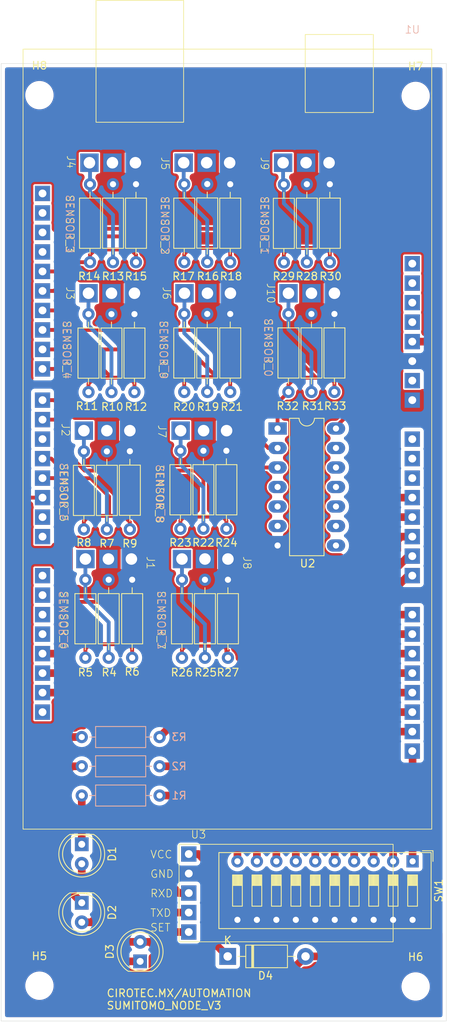
<source format=kicad_pcb>
(kicad_pcb (version 20240108) (generator "pcbnew") (generator_version "8.0")
  (layers (0 "F.Cu" signal) (31 "B.Cu" signal) (34 "B.Paste" user) (35 "F.Paste" user) (36 "B.SilkS" user "B.Silkscreen") (37 "F.SilkS" user "F.Silkscreen") (38 "B.Mask" user) (39 "F.Mask" user) (44 "Edge.Cuts" user))
  (net 0 "")
  (net 1 "/led_red")
  (net 2 "/led_yellow")
  (net 3 "/led_green")
  (net 4 "+5V")
  (net 5 "GND")
  (net 6 "/sw_7")
  (net 7 "/sw_8")
  (net 8 "/sw_3")
  (net 9 "/sw_4")
  (net 10 "/sw_9")
  (net 11 "/sw_2")
  (net 12 "/sw_10")
  (net 13 "/sw_5")
  (net 14 "/sw_1")
  (net 15 "/sw_6")
  (net 20 "/hc12_rx")
  (net 21 "/hc12_tx")
  (net 22 "/hc12_set")
  (net 36 "Net-(D1-K)")
  (net 37 "Net-(D2-K)")
  (net 38 "Net-(D3-K)")
  (net 39 "Net-(D4-K)")
  (net 40 "+9V")
  (net 43 "inductivo_5")
  (net 44 "inductivo_1")
  (net 45 "inductivo_2")
  (net 46 "inductivo_3")
  (net 47 "inductivo_7")
  (net 48 "inductivo_8")
  (net 49 "inductivo_4")
  (net 50 "inductivo_6")
  (net 51 "inductivo_9")
  (net 52 "inductivo_int")
  (net 53 "Net-(J1-Pin_1)")
  (net 54 "Net-(J2-Pin_1)")
  (net 55 "Net-(J3-Pin_1)")
  (net 56 "Net-(J4-Pin_1)")
  (net 57 "Net-(J5-Pin_1)")
  (net 58 "Net-(J6-Pin_1)")
  (net 59 "Net-(J7-Pin_1)")
  (net 60 "Net-(J8-Pin_1)")
  (net 61 "Net-(J9-Pin_1)")
  (net 62 "Net-(J10-Pin_1)")
  (net 63 "inductivo_10")
  (footprint "Resistor_THT:R_Axial_DIN0207_L6.3mm_D2.5mm_P10.16mm_Horizontal" (layer "F.Cu") (at 100.5 58.8 -90)
    (property "Reference" "R28")
    (property "Value" "1k")
  )
  (footprint "sbb:Inductive_Sensor" (layer "F.Cu") (at 82.025 90.9 -90)
    (property "Reference" "J7")
    (property "Value" "Screw_Terminal_01x03" (hide yes))
  )
  (footprint "sbb:Inductive_Sensor" (layer "F.Cu") (at 82.525 73 -90)
    (property "Reference" "J6")
    (property "Value" "Screw_Terminal_01x03" (hide yes))
  )
  (footprint "Diode_THT:D_DO-41_SOD81_P10.16mm_Horizontal" (layer "F.Cu") (at 90.17 159.385)
    (property "Reference" "D4")
    (property "Value" "1N4001")
  )
  (footprint "sbb:Inductive_Sensor" (layer "F.Cu") (at 69.4 90.9 -90)
    (property "Reference" "J2")
    (property "Value" "Screw_Terminal_01x03" (hide yes))
  )
  (footprint "sbb:Inductive_Sensor" (layer "F.Cu") (at 70 73 -90)
    (property "Reference" "J3")
    (property "Value" "Screw_Terminal_01x03" (hide yes))
  )
  (footprint "Resistor_THT:R_Axial_DIN0207_L6.3mm_D2.5mm_P10.16mm_Horizontal" (layer "F.Cu") (at 90.2 110.32 -90)
    (property "Reference" "R27")
    (property "Value" "2.2k")
  )
  (footprint "MountingHole:MountingHole_3.2mm_M3_ISO7380" (layer "F.Cu") (at 65.6 163.2)
    (property "Reference" "H5")
    (property "Value" "MountingHole")
  )
  (footprint "MountingHole:MountingHole_3.2mm_M3_ISO7380" (layer "F.Cu") (at 65.6 47.2)
    (property "Reference" "H8")
    (property "Value" "MountingHole")
  )
  (footprint "Resistor_THT:R_Axial_DIN0207_L6.3mm_D2.5mm_P10.16mm_Horizontal" (layer "F.Cu") (at 104.1 75.7 -90)
    (property "Reference" "R33")
    (property "Value" "2.2k")
  )
  (footprint "Resistor_THT:R_Axial_DIN0207_L6.3mm_D2.5mm_P10.16mm_Horizontal" (layer "F.Cu") (at 74.6375 110.32 -90)
    (property "Reference" "R4")
    (property "Value" "1k")
  )
  (footprint "Resistor_THT:R_Axial_DIN0207_L6.3mm_D2.5mm_P10.16mm_Horizontal" (layer "F.Cu") (at 74.4 93.6 -90)
    (property "Reference" "R7")
    (property "Value" "1k")
  )
  (footprint "Resistor_THT:R_Axial_DIN0207_L6.3mm_D2.5mm_P10.16mm_Horizontal" (layer "F.Cu") (at 78.2 58.8 -90)
    (property "Reference" "R15")
    (property "Value" "2.2k")
  )
  (footprint "Resistor_THT:R_Axial_DIN0207_L6.3mm_D2.5mm_P10.16mm_Horizontal" (layer "F.Cu") (at 87.2 110.32 -90)
    (property "Reference" "R25")
    (property "Value" "1k")
  )
  (footprint "LED_THT:LED_D5.0mm" (layer "F.Cu") (at 71.12 144.78 -90)
    (property "Reference" "D1")
    (property "Value" "RED")
  )
  (footprint "MountingHole:MountingHole_3.2mm_M3_ISO7380" (layer "F.Cu") (at 114.7 163.3)
    (property "Reference" "H6")
    (property "Value" "MountingHole")
  )
  (footprint "Resistor_THT:R_Axial_DIN0207_L6.3mm_D2.5mm_P10.16mm_Horizontal" (layer "F.Cu") (at 84.2 110.32 -90)
    (property "Reference" "R26")
    (property "Value" "2.2k")
  )
  (footprint "Resistor_THT:R_Axial_DIN0207_L6.3mm_D2.5mm_P10.16mm_Horizontal" (layer "F.Cu") (at 77.4 93.58 -90)
    (property "Reference" "R9")
    (property "Value" "2.2k")
  )
  (footprint "Resistor_THT:R_Axial_DIN0207_L6.3mm_D2.5mm_P10.16mm_Horizontal" (layer "F.Cu") (at 72.2 58.8 -90)
    (property "Reference" "R14")
    (property "Value" "2.2k")
  )
  (footprint "Resistor_THT:R_Axial_DIN0207_L6.3mm_D2.5mm_P10.16mm_Horizontal" (layer "F.Cu") (at 90 93.52 -90)
    (property "Reference" "R24")
    (property "Value" "2.2k")
  )
  (footprint "Resistor_THT:R_Axial_DIN0207_L6.3mm_D2.5mm_P10.16mm_Horizontal" (layer "F.Cu") (at 84.5 58.8 -90)
    (property "Reference" "R17")
    (property "Value" "2.2k")
  )
  (footprint "Resistor_THT:R_Axial_DIN0207_L6.3mm_D2.5mm_P10.16mm_Horizontal" (layer "F.Cu") (at 84 93.52 -90)
    (property "Reference" "R23")
    (property "Value" "2.2k")
  )
  (footprint "Resistor_THT:R_Axial_DIN0207_L6.3mm_D2.5mm_P10.16mm_Horizontal" (layer "F.Cu") (at 71.6 110.32 -90)
    (property "Reference" "R5")
    (property "Value" "2.2k")
  )
  (footprint "Resistor_THT:R_Axial_DIN0207_L6.3mm_D2.5mm_P10.16mm_Horizontal" (layer "F.Cu") (at 75 75.72 -90)
    (property "Reference" "R10")
    (property "Value" "1k")
  )
  (footprint "Resistor_THT:R_Axial_DIN0207_L6.3mm_D2.5mm_P10.16mm_Horizontal" (layer "F.Cu") (at 90.5 75.7 -90)
    (property "Reference" "R21")
    (property "Value" "2.2k")
  )
  (footprint "Package_DIP:DIP-14_W7.62mm_LongPads" (layer "F.Cu") (at 96.68 90.62)
    (property "Reference" "U2")
    (property "Value" "74LS32")
  )
  (footprint "sbb:Inductive_Sensor" (layer "F.Cu") (at 82.425 56 -90)
    (property "Reference" "J5")
    (property "Value" "Screw_Terminal_01x03" (hide yes))
  )
  (footprint "sbb:Inductive_Sensor" (layer "F.Cu") (at 70.125 56 -90)
    (property "Reference" "J4")
    (property "Value" "Screw_Terminal_01x03" (hide yes))
  )
  (footprint "sbb:Inductive_Sensor" (layer "F.Cu") (at 69.6 107.62 -90)
    (property "Reference" "J1")
    (property "Value" "Screw_Terminal_01x03" (hide yes))
  )
  (footprint "Resistor_THT:R_Axial_DIN0207_L6.3mm_D2.5mm_P10.16mm_Horizontal" (layer "F.Cu") (at 101.1 75.7 -90)
    (property "Reference" "R31")
    (property "Value" "1k")
  )
  (footprint "LED_THT:LED_D5.0mm" (layer "F.Cu") (at 78.74 160.03 90)
    (property "Reference" "D3")
    (property "Value" "GREEN")
  )
  (footprint "sbb:Inductive_Sensor" (layer "F.Cu") (at 96.1 73 -90)
    (property "Reference" "J10")
    (property "Value" "Screw_Terminal_01x03" (hide yes))
  )
  (footprint "Resistor_THT:R_Axial_DIN0207_L6.3mm_D2.5mm_P10.16mm_Horizontal" (layer "F.Cu") (at 78 75.72 -90)
    (property "Reference" "R12")
    (property "Value" "2.2k")
  )
  (footprint "Resistor_THT:R_Axial_DIN0207_L6.3mm_D2.5mm_P10.16mm_Horizontal" (layer "F.Cu") (at 71.4 93.6 -90)
    (property "Reference" "R8")
    (property "Value" "2.2k")
  )
  (footprint "Resistor_THT:R_Axial_DIN0207_L6.3mm_D2.5mm_P10.16mm_Horizontal" (layer "F.Cu") (at 84.5 75.7 -90)
    (property "Reference" "R20")
    (property "Value" "2.2k")
  )
  (footprint "LED_THT:LED_D5.0mm" (layer "F.Cu") (at 71.12 152.4 -90)
    (property "Reference" "D2")
    (property "Value" "YELLOW")
  )
  (footprint "MountingHole:MountingHole_3.2mm_M3_ISO7380" (layer "F.Cu") (at 114.7 47.3)
    (property "Reference" "H7")
    (property "Value" "MountingHole")
  )
  (footprint "Resistor_THT:R_Axial_DIN0207_L6.3mm_D2.5mm_P10.16mm_Horizontal" (layer "F.Cu") (at 97.5 58.82 -90)
    (property "Reference" "R29")
    (property "Value" "2.2k")
  )
  (footprint "sbb:HC12_RF_Module" (layer "F.Cu") (at 85.09 146.05)
    (property "Reference" "U3")
    (property "Value" "HC12")
  )
  (footprint "Button_Switch_THT:SW_DIP_SPSTx10_Slide_9.78x27.58mm_W7.62mm_P2.54mm" (layer "F.Cu") (at 114.3 147 -90)
    (property "Reference" "SW1")
    (property "Value" "SW_DIP_x10")
  )
  (footprint "sbb:Inductive_Sensor" (layer "F.Cu") (at 95.4 56 -90)
    (property "Reference" "J9")
    (property "Value" "Screw_Terminal_01x03" (hide yes))
  )
  (footprint "Resistor_THT:R_Axial_DIN0207_L6.3mm_D2.5mm_P10.16mm_Horizontal" (layer "F.Cu") (at 87 93.52 -90)
    (property "Reference" "R22")
    (property "Value" "1k")
  )
  (footprint "sbb:Inductive_Sensor" (layer "F.Cu") (at 82.2 107.62 -90)
    (property "Reference" "J8")
    (property "Value" "Screw_Terminal_01x03" (hide yes))
  )
  (footprint "Resistor_THT:R_Axial_DIN0207_L6.3mm_D2.5mm_P10.16mm_Horizontal" (layer "F.Cu") (at 90.5 58.8 -90)
    (property "Reference" "R18")
    (property "Value" "2.2k")
  )
  (footprint "Resistor_THT:R_Axial_DIN0207_L6.3mm_D2.5mm_P10.16mm_Horizontal" (layer "F.Cu") (at 75.2 58.8 -90)
    (property "Reference" "R13")
    (property "Value" "1k")
  )
  (footprint "Resistor_THT:R_Axial_DIN0207_L6.3mm_D2.5mm_P10.16mm_Horizontal" (layer "F.Cu") (at 77.7 110.32 -90)
    (property "Reference" "R6")
    (property "Value" "2.2k")
  )
  (footprint "Resistor_THT:R_Axial_DIN0207_L6.3mm_D2.5mm_P10.16mm_Horizontal" (layer "F.Cu") (at 72 75.72 -90)
    (property "Reference" "R11")
    (property "Value" "2.2k")
  )
  (footprint "Resistor_THT:R_Axial_DIN0207_L6.3mm_D2.5mm_P10.16mm_Horizontal" (layer "F.Cu") (at 87.5 75.7 -90)
    (property "Reference" "R19")
    (property "Value" "1k")
  )
  (footprint "Resistor_THT:R_Axial_DIN0207_L6.3mm_D2.5mm_P10.16mm_Horizontal" (layer "F.Cu") (at 87.5 58.78 -90)
    (property "Reference" "R16")
    (property "Value" "1k")
  )
  (footprint "Resistor_THT:R_Axial_DIN0207_L6.3mm_D2.5mm_P10.16mm_Horizontal" (layer "F.Cu") (at 98.1 75.7 -90)
    (property "Reference" "R32")
    (property "Value" "2.2k")
  )
  (footprint "Resistor_THT:R_Axial_DIN0207_L6.3mm_D2.5mm_P10.16mm_Horizontal" (layer "F.Cu") (at 103.5 58.8 -90)
    (property "Reference" "R30")
    (property "Value" "2.2k")
  )
  (footprint "Resistor_THT:R_Axial_DIN0207_L6.3mm_D2.5mm_P10.16mm_Horizontal" (layer "B.Cu") (at 81.28 138.43 180)
    (property "Reference" "R1")
    (property "Value" "330R")
  )
  (footprint "Resistor_THT:R_Axial_DIN0207_L6.3mm_D2.5mm_P10.16mm_Horizontal" (layer "B.Cu") (at 81.28 130.81 180)
    (property "Reference" "R3")
    (property "Value" "330R")
  )
  (footprint "Resistor_THT:R_Axial_DIN0207_L6.3mm_D2.5mm_P10.16mm_Horizontal" (layer "B.Cu") (at 81.28 134.62 180)
    (property "Reference" "R2")
    (property "Value" "330R")
  )
  (footprint "sbb:Arduino_Mega_2560_Without_Bottom" (layer "B.Cu") (at 114.26 69.144 180)
    (property "Reference" "U1")
    (property "Value" "Arduino_Mega_2560_Without_Bottom")
  )
  (gr_rect (start 60.605 43.08) (end 118.7 167.8) (stroke (width 0.05)) (fill none) (layer "Edge.Cuts"))
  (gr_text "SENSOR_3" (at 70.2 60.1 90) (layer "B.SilkS") (effects (font (size 1 1) (thickness 0.1)) (justify left bottom mirror)))
  (gr_text "SENSOR_8" (at 82 95.2 90) (layer "B.SilkS") (effects (font (size 1 1) (thickness 0.1)) (justify left bottom mirror)))
  (gr_text "SENSOR_7" (at 82.2 111.7 90) (layer "B.SilkS") (effects (font (size 1 1) (thickness 0.1)) (justify left bottom mirror)))
  (gr_text "SENSOR_1" (at 95.6 60.3 90) (layer "B.SilkS") (effects (font (size 1 1) (thickness 0.1)) (justify left bottom mirror)))
  (gr_text "SENSOR_6" (at 69.3 111.7 90) (layer "B.SilkS") (effects (font (size 1 1) (thickness 0.1)) (justify left bottom mirror)))
  (gr_text "SENSOR_4" (at 69.8 76.5 90) (layer "B.SilkS") (effects (font (size 1 1) (thickness 0.1)) (justify left bottom mirror)))
  (gr_text "SENSOR_5" (at 69.4 95 90) (layer "B.SilkS") (effects (font (size 1 1) (thickness 0.1)) (justify left bottom mirror)))
  (gr_text "SENSOR_2" (at 82.6 60.3 90) (layer "B.SilkS") (effects (font (size 1 1) (thickness 0.1)) (justify left bottom mirror)))
  (gr_text "SENSOR_9" (at 82.5 76.5 90) (layer "B.SilkS") (effects (font (size 1 1) (thickness 0.1)) (justify left bottom mirror)))
  (gr_text "SENSOR_0" (at 96.1 76.2 90) (layer "B.SilkS") (effects (font (size 1 1) (thickness 0.1)) (justify left bottom mirror)))
  (gr_text "SENSOR_9" (at 81.2 76.5 270) (layer "F.SilkS") (effects (font (size 1 1) (thickness 0.1)) (justify left bottom)))
  (gr_text "SENSOR_3" (at 69 60.1 270) (layer "F.SilkS") (effects (font (size 1 1) (thickness 0.1)) (justify left bottom)))
  (gr_text "SENSOR_0" (at 94.9 76.2 -90) (layer "F.SilkS") (effects (font (size 1 1) (thickness 0.1)) (justify left bottom)))
  (gr_text "SENSOR_6" (at 68.2 111.7 270) (layer "F.SilkS") (effects (font (size 1 1) (thickness 0.1)) (justify left bottom)))
  (gr_text "SENSOR_7" (at 80.9 111.7 270) (layer "F.SilkS") (effects (font (size 1 1) (thickness 0.1)) (justify left bottom)))
  (gr_text "SENSOR_5" (at 68.2 95.1 270) (layer "F.SilkS") (effects (font (size 1 1) (thickness 0.1)) (justify left bottom)))
  (gr_text "SENSOR_4" (at 68.6 76.5 270) (layer "F.SilkS") (effects (font (size 1 1) (thickness 0.1)) (justify left bottom)))
  (gr_text "SENSOR_8" (at 80.7 95.3 270) (layer "F.SilkS") (effects (font (size 1 1) (thickness 0.1)) (justify left bottom)))
  (gr_text "SENSOR_2" (at 81.4 60.3 270) (layer "F.SilkS") (effects (font (size 1 1) (thickness 0.1)) (justify left bottom)))
  (gr_text "CIROTEC.MX/AUTOMATION\nSUMITOMO_NODE_V3" (at 74.295 166.37 0) (layer "F.SilkS") (effects (font (size 1 1)) (justify left bottom)))
  (gr_text "SENSOR_1" (at 94.4 60.3 270) (layer "F.SilkS") (effects (font (size 1 1) (thickness 0.1)) (justify left bottom)))
  (segment (start 112.3 105.2) (end 112.796 104.704) (width 1) (layer "F.Cu") (net 1))
  (segment (start 112.3 106.5) (end 112.3 105.2) (width 1) (layer "F.Cu") (net 1))
  (segment (start 85.09 138.43) (end 87.63 135.89) (width 1) (layer "F.Cu") (net 1))
  (segment (start 87.63 135.89) (end 87.63 131.17) (width 1) (layer "F.Cu") (net 1))
  (segment (start 81.28 138.43) (end 85.09 138.43) (width 1) (layer "F.Cu") (net 1))
  (segment (start 112.796 104.704) (end 114.26 104.704) (width 1) (layer "F.Cu") (net 1))
  (segment (start 87.63 131.17) (end 112.3 106.5) (width 1) (layer "F.Cu") (net 1))
  (segment (start 85.09 133.35) (end 85.09 131.31) (width 1) (layer "F.Cu") (net 2))
  (segment (start 81.28 134.62) (end 83.82 134.62) (width 1) (layer "F.Cu") (net 2))
  (segment (start 112.036 102.164) (end 114.26 102.164) (width 1) (layer "F.Cu") (net 2))
  (segment (start 110.9 103.3) (end 112.036 102.164) (width 1) (layer "F.Cu") (net 2))
  (segment (start 85.09 131.31) (end 110.9 105.5) (width 1) (layer "F.Cu") (net 2))
  (segment (start 110.9 105.5) (end 110.9 103.3) (width 1) (layer "F.Cu") (net 2))
  (segment (start 83.82 134.62) (end 85.09 133.35) (width 1) (layer "F.Cu") (net 2))
  (segment (start 84.36 129.54) (end 109.3 104.6) (width 1) (layer "F.Cu") (net 3))
  (segment (start 81.28 130.81) (end 82.55 129.54) (width 1) (layer "F.Cu") (net 3))
  (segment (start 111.676 99.624) (end 114.26 99.624) (width 1) (layer "F.Cu") (net 3))
  (segment (start 82.55 129.54) (end 84.36 129.54) (width 1) (layer "F.Cu") (net 3))
  (segment (start 109.3 102) (end 111.676 99.624) (width 1) (layer "F.Cu") (net 3))
  (segment (start 109.3 104.6) (end 109.3 102) (width 1) (layer "F.Cu") (net 3))
  (segment (start 72.39 154.94) (end 71.12 154.94) (width 1) (layer "F.Cu") (net 4))
  (segment (start 78.74 157.49) (end 76.21 157.49) (width 1) (layer "F.Cu") (net 4))
  (segment (start 116.26 79.304) (end 116.84 79.884) (width 1) (layer "F.Cu") (net 4))
  (segment (start 78.74 157.49) (end 80.02 157.49) (width 1) (layer "F.Cu") (net 4))
  (segment (start 104.3 90.62) (end 104.3 90.4) (width 0.5) (layer "F.Cu") (net 4))
  (segment (start 71.12 148.59) (end 73.66 151.13) (width 1) (layer "F.Cu") (net 4))
  (segment (start 73.66 151.13) (end 73.66 153.67) (width 1) (layer "F.Cu") (net 4))
  (segment (start 104.3 90.4) (end 105.4 89.3) (width 0.5) (layer "F.Cu") (net 4))
  (segment (start 80.02 157.49) (end 84.455 161.925) (width 1) (layer "F.Cu") (net 4))
  (segment (start 113.03 159.385) (end 100.33 159.385) (width 1) (layer "F.Cu") (net 4))
  (segment (start 73.66 154.94) (end 73.66 153.67) (width 1) (layer "F.Cu") (net 4))
  (segment (start 116.84 79.884) (end 116.84 89.4) (width 1) (layer "F.Cu") (net 4))
  (segment (start 84.455 161.925) (end 97.79 161.925) (width 1) (layer "F.Cu") (net 4))
  (segment (start 105.4 89.3) (end 116.74 89.3) (width 0.5) (layer "F.Cu") (net 4))
  (segment (start 73.66 153.67) (end 72.39 154.94) (width 1) (layer "F.Cu") (net 4))
  (segment (start 116.84 155.575) (end 113.03 159.385) (width 1) (layer "F.Cu") (net 4))
  (segment (start 116.84 89.4) (end 116.84 155.575) (width 1) (layer "F.Cu") (net 4))
  (segment (start 116.74 89.3) (end 116.84 89.4) (width 0.5) (layer "F.Cu") (net 4))
  (segment (start 97.79 161.925) (end 100.33 159.385) (width 1) (layer "F.Cu") (net 4))
  (segment (start 114.26 79.304) (end 116.26 79.304) (width 1) (layer "F.Cu") (net 4))
  (segment (start 76.21 157.49) (end 73.66 154.94) (width 1) (layer "F.Cu") (net 4))
  (segment (start 71.12 147.32) (end 71.12 148.59) (width 1) (layer "F.Cu") (net 4))
  (segment (start 101.6 154.62) (end 104.14 154.62) (width 1) (layer "F.Cu") (net 5))
  (segment (start 106.68 154.62) (end 109.22 154.62) (width 1) (layer "F.Cu") (net 5))
  (segment (start 96.52 154.62) (end 99.06 154.62) (width 1) (layer "F.Cu") (net 5))
  (segment (start 93.98 154.62) (end 96.52 154.62) (width 1) (layer "F.Cu") (net 5))
  (segment (start 111.76 154.62) (end 114.3 154.62) (width 1) (layer "F.Cu") (net 5))
  (segment (start 99.06 154.62) (end 101.6 154.62) (width 1) (layer "F.Cu") (net 5))
  (segment (start 109.22 154.62) (end 111.76 154.62) (width 1) (layer "F.Cu") (net 5))
  (segment (start 104.14 154.62) (end 106.68 154.62) (width 1) (layer "F.Cu") (net 5))
  (segment (start 91.44 154.62) (end 93.98 154.62) (width 1) (layer "F.Cu") (net 5))
  (segment (start 90.6 71.3) (end 90.525 71.375) (width 0.5) (layer "B.Cu") (net 5))
  (segment (start 90.2 106.4) (end 90.2 107.62) (width 0.5) (layer "B.Cu") (net 5))
  (segment (start 103.3 70.9) (end 108.95 70.9) (width 0.5) (layer "B.Cu") (net 5))
  (segment (start 103.4 58.7) (end 103.5 58.8) (width 0.5) (layer "B.Cu") (net 5))
  (segment (start 90.4 106.2) (end 90.2 106.4) (width 0.5) (layer "B.Cu") (net 5))
  (segment (start 90.025 90.9) (end 90.025 93.495) (width 0.5) (layer "B.Cu") (net 5))
  (segment (start 104.1 75.7) (end 108.95 80.55) (width 0.5) (layer "B.Cu") (net 5))
  (segment (start 90.425 56) (end 90.425 58.725) (width 0.5) (layer "B.Cu") (net 5))
  (segment (start 92.2 140.2) (end 108 140.2) (width 1) (layer "B.Cu") (net 5))
  (segment (start 78.125 56) (end 80.6 53.525) (width 0.5) (layer "B.Cu") (net 5))
  (segment (start 113.356 81.844) (end 114.26 81.844) (width 1) (layer "B.Cu") (net 5))
  (segment (start 88.5 88.3) (end 90.025 89.825) (width 0.5) (layer "B.Cu") (net 5))
  (segment (start 90.1 70.8) (end 103.2 70.8) (width 0.5) (layer "B.Cu") (net 5))
  (segment (start 78 73) (end 78 75.72) (width 0.5) (layer "B.Cu") (net 5))
  (segment (start 103.4 56) (end 103.4 58.7) (width 0.5) (layer "B.Cu") (net 5))
  (segment (start 77.4 90.9) (end 80 88.3) (width 0.5) (layer "B.Cu") (net 5))
  (segment (start 110.3 87.9) (end 110.3 84.1) (width 1) (layer "B.Cu") (net 5))
  (segment (start 79.72 105.5) (end 89.7 105.5) (width 0.5) (layer "B.Cu") (net 5))
  (segment (start 80.2 70.8) (end 90.1 70.8) (width 0.5) (layer "B.Cu") (net 5))
  (segment (start 89.6 53.5) (end 102.1 53.5) (width 0.5) (layer "B.Cu") (net 5))
  (segment (start 87.09 148.59) (end 88.7 146.98) (width 1) (layer "B.Cu") (net 5))
  (segment (start 90 107.2) (end 90 109.9) (width 0.5) (layer "B.Cu") (net 5))
  (segment (start 90.025 90.9) (end 92.1 90.9) (width 0.5) (layer "B.Cu") (net 5))
  (segment (start 90.025 90.9) (end 92.825 88.1) (width 0.5) (layer "B.Cu") (net 5))
  (segment (start 110.244 81.844) (end 114.26 81.844) (width 0.5) (layer "B.Cu") (net 5))
  (segment (start 108 140.2) (end 110.3 137.9) (width 1) (layer "B.Cu") (net 5))
  (segment (start 90.425 58.725) (end 90.5 58.8) (width 0.5) (layer "B.Cu") (net 5))
  (segment (start 110.3 137.9) (end 110.3 87.9) (width 1) (layer "B.Cu") (net 5))
  (segment (start 89.7 105.5) (end 90.4 106.2) (width 0.5) (layer "B.Cu") (net 5))
  (segment (start 102.1 53.5) (end 102.4 53.5) (width 0.5) (layer "B.Cu") (net 5))
  (segment (start 88.7 146.98) (end 88.7 143.7) (width 1) (layer "B.Cu") (net 5))
  (segment (start 91.44 152.94) (end 91.44 154.62) (width 1) (layer "B.Cu") (net 5))
  (segment (start 93.4 92.2) (end 93.4 104) (width 0.5) (layer "B.Cu") (net 5))
  (segment (start 90.2 107.62) (end 94.92 107.62) (width 0.5) (layer "B.Cu") (net 5))
  (segment (start 102.1 53.5) (end 107.1 53.5) (width 0.5) (layer "B.Cu") (net 5))
  (segment (start 77.6 107.62) (end 77.6 110.22) (width 0.5) (layer "B.Cu") (net 5))
  (segment (start 78.2 58.8) (end 78.2 56.075) (width 0.5) (layer "B.Cu") (net 5))
  (segment (start 80.6 53.5) (end 89.6 53.5) (width 0.5) (layer "B.Cu") (net 5))
  (segment (start 104.1 73) (end 104.1 75.7) (width 0.5) (layer "B.Cu") (net 5))
  (segment (start 92.825 88.1) (end 110.1 88.1) (width 0.5) (layer "B.Cu") (net 5))
  (segment (start 110.1 88.1) (end 110.3 87.9) (width 0.5) (layer "B.Cu") (net 5))
  (segment (start 103.2 70.8) (end 104.1 71.7) (width 0.5) (layer "B.Cu") (net 5))
  (segment (start 108.95 70.9) (end 108.95 80.55) (width 0.5) (layer "B.Cu") (net 5))
  (segment (start 109 55.4) (end 109 55.8) (width 0.5) (layer "B.Cu") (net 5))
  (segment (start 90.1 70.8) (end 90.6 71.3) (width 0.5) (layer "B.Cu") (net 5))
  (segment (start 89.6 53.5) (end 90.425 54.325) (width 0.5) (layer "B.Cu") (net 5))
  (segment (start 90.025 89.825) (end 90.025 90.9) (width 0.5) (layer "B.Cu") (net 5))
  (segment (start 93.3 104.3) (end 93.3 104.52) (width 0.5) (layer "B.Cu") (net 5))
  (segment (start 90.425 54.325) (end 90.425 56) (width 0.5) (layer "B.Cu") (net 5))
  (segment (start 104.1 71.7) (end 104.1 73) (width 0.5) (layer "B.Cu") (net 5))
  (segment (start 108.95 55.85) (end 108.95 70.9) (width 0.5) (layer "B.Cu") (net 5))
  (segment (start 103.4 54.5) (end 103.4 56) (width 0.5) (layer "B.Cu") (net 5))
  (segment (start 78.2 56.075) (end 78.125 56) (width 0.5) (layer "B.Cu") (net 5))
  (segment (start 90.025 93.495) (end 90 93.52) (width 0.5) (layer "B.Cu") (net 5))
  (segment (start 77.4 90.9) (end 77.4 93.58) (width 0.5) (layer "B.Cu") (net 5))
  (segment (start 92.1 90.9) (end 93.4 92.2) (width 0.5) (layer "B.Cu") (net 5))
  (segment (start 78 73) (end 80.2 70.8) (width 0.5) (layer "B.Cu") (net 5))
  (segment (start 85.09 148.59) (end 87.09 148.59) (width 1) (layer "B.Cu") (net 5))
  (segment (start 93.5 104.1) (end 93.3 104.3) (width 0.5) (layer "B.Cu") (net 5))
  (segment (start 80.6 53.525) (end 80.6 53.5) (width 0.5) (layer "B.Cu") (net 5))
  (segment (start 90.525 73) (end 90.525 75.675) (width 0.5) (layer "B.Cu") (net 5))
  (segment (start 77.6 110.22) (end 77.7 110.32) (width 0.5) (layer "B.Cu") (net 5))
  (segment (start 93.3 104.52) (end 90.2 107.62) (width 0.5) (layer "B.Cu") (net 5))
  (segment (start 94.92 107.62) (end 96.68 105.86) (width 0.5) (layer "B.Cu") (net 5))
  (segment (start 77.6 107.62) (end 79.72 105.5) (width 0.5) (layer "B.Cu") (net 5))
  (segment (start 109 55.8) (end 108.95 55.85) (width 0.5) (layer "B.Cu") (net 5))
  (segment (start 93.4 104) (end 93.5 104.1) (width 0.5) (layer "B.Cu") (net 5))
  (segment (start 103.2 70.8) (end 103.3 70.9) (width 0.5) (layer "B.Cu") (net 5))
  (segment (start 112 82.4) (end 112.8 82.4) (width 1) (layer "B.Cu") (net 5))
  (segment (start 107.1 53.5) (end 109 55.4) (width 0.5) (layer "B.Cu") (net 5))
  (segment (start 108.95 80.55) (end 110.244 81.844) (width 0.5) (layer "B.Cu") (net 5))
  (segment (start 80 88.3) (end 88.5 88.3) (width 0.5) (layer "B.Cu") (net 5))
  (segment (start 110.3 84.1) (end 112 82.4) (width 1) (layer "B.Cu") (net 5))
  (segment (start 90.525 71.375) (end 90.525 73) (width 0.5) (layer "B.Cu") (net 5))
  (segment (start 102.4 53.5) (end 103.4 54.5) (width 0.5) (layer "B.Cu") (net 5))
  (segment (start 112.8 82.4) (end 113.356 81.844) (width 1) (layer "B.Cu") (net 5))
  (segment (start 88.7 143.7) (end 92.2 140.2) (width 1) (layer "B.Cu") (net 5))
  (segment (start 90.525 75.675) (end 90.5 75.7) (width 0.5) (layer "B.Cu") (net 5))
  (segment (start 87.09 148.59) (end 91.44 152.94) (width 1) (layer "B.Cu") (net 5))
  (segment (start 111.196 117.404) (end 99.06 129.54) (width 1) (layer "F.Cu") (net 6))
  (segment (start 114.26 117.404) (end 111.196 117.404) (width 1) (layer "F.Cu") (net 6))
  (segment (start 99.06 129.54) (end 99.06 147) (width 1) (layer "F.Cu") (net 6))
  (segment (start 114.26 114.864) (end 111.196 114.864) (width 1) (layer "F.Cu") (net 7))
  (segment (start 111.196 114.864) (end 96.52 129.54) (width 1) (layer "F.Cu") (net 7))
  (segment (start 96.52 129.54) (end 96.52 147) (width 1) (layer "F.Cu") (net 7))
  (segment (start 114.26 127.564) (end 111.196 127.564) (width 1) (layer "F.Cu") (net 8))
  (segment (start 109.22 129.54) (end 109.22 147) (width 1) (layer "F.Cu") (net 8))
  (segment (start 111.196 127.564) (end 109.22 129.54) (width 1) (layer "F.Cu") (net 8))
  (segment (start 111.196 125.024) (end 106.68 129.54) (width 1) (layer "F.Cu") (net 9))
  (segment (start 114.26 125.024) (end 111.196 125.024) (width 1) (layer "F.Cu") (net 9))
  (segment (start 106.68 129.54) (end 106.68 147) (width 1) (layer "F.Cu") (net 9))
  (segment (start 114.26 109.784) (end 113.716 109.784) (width 1) (layer "F.Cu") (net 10))
  (segment (start 93.98 129.52) (end 93.98 147) (width 1) (layer "F.Cu") (net 10))
  (segment (start 113.716 109.784) (end 93.98 129.52) (width 1) (layer "F.Cu") (net 10))
  (segment (start 111.76 130.81) (end 112.466 130.104) (width 1) (layer "F.Cu") (net 11))
  (segment (start 112.466 130.104) (end 114.26 130.104) (width 1) (layer "F.Cu") (net 11))
  (segment (start 111.76 147) (end 111.76 130.81) (width 1) (layer "F.Cu") (net 11))
  (segment (start 113.756 107.244) (end 91.44 129.56) (width 1) (layer "F.Cu") (net 12))
  (segment (start 91.44 129.56) (end 91.44 147) (width 1) (layer "F.Cu") (net 12))
  (segment (start 114.26 107.244) (end 113.756 107.244) (width 1) (layer "F.Cu") (net 12))
  (segment (start 104.14 129.54) (end 104.14 147) (width 1) (layer "F.Cu") (net 13))
  (segment (start 111.196 122.484) (end 104.14 129.54) (width 1) (layer "F.Cu") (net 13))
  (segment (start 114.26 122.484) (end 111.196 122.484) (width 1) (layer "F.Cu") (net 13))
  (segment (start 114.3 132.684) (end 114.26 132.644) (width 1) (layer "F.Cu") (net 14))
  (segment (start 114.3 147) (end 114.3 132.684) (width 1) (layer "F.Cu") (net 14))
  (segment (start 114.26 119.944) (end 111.196 119.944) (width 1) (layer "F.Cu") (net 15))
  (segment (start 101.6 129.54) (end 101.6 147) (width 1) (layer "F.Cu") (net 15))
  (segment (start 111.196 119.944) (end 101.6 129.54) (width 1) (layer "F.Cu") (net 15))
  (segment (start 78.74 130.54) (end 68.144 119.944) (width 1) (layer "F.Cu") (net 20))
  (segment (start 83.82 151.13) (end 78.74 146.05) (width 1) (layer "F.Cu") (net 20))
  (segment (start 78.74 146.05) (end 78.74 130.54) (width 1) (layer "F.Cu") (net 20))
  (segment (start 68.144 119.944) (end 66 119.944) (width 1) (layer "F.Cu") (net 20))
  (segment (start 85.09 151.13) (end 83.82 151.13) (width 1) (layer "F.Cu") (net 20))
  (segment (start 82.55 153.67) (end 85.09 153.67) (width 1) (layer "F.Cu") (net 21))
  (segment (start 76.2 130.2) (end 76.2 147.32) (width 1) (layer "F.Cu") (net 21))
  (segment (start 68.484 122.484) (end 76.2 130.2) (width 1) (layer "F.Cu") (net 21))
  (segment (start 66 122.484) (end 68.484 122.484) (width 1) (layer "F.Cu") (net 21))
  (segment (start 76.2 147.32) (end 82.55 153.67) (width 1) (layer "F.Cu") (net 21))
  (segment (start 68.724 125.024) (end 73.66 129.96) (width 1) (layer "F.Cu") (net 22))
  (segment (start 73.66 147.32) (end 82.55 156.21) (width 1) (layer "F.Cu") (net 22))
  (segment (start 82.55 156.21) (end 85.09 156.21) (width 1) (layer "F.Cu") (net 22))
  (segment (start 73.66 129.96) (end 73.66 147.32) (width 1) (layer "F.Cu") (net 22))
  (segment (start 66 125.024) (end 68.724 125.024) (width 1) (layer "F.Cu") (net 22))
  (segment (start 71.12 138.43) (end 71.12 144.78) (width 1) (layer "F.Cu") (net 36))
  (segment (start 69.85 134.62) (end 68.58 135.89) (width 1) (layer "F.Cu") (net 37))
  (segment (start 68.58 135.89) (end 68.58 149.86) (width 1) (layer "F.Cu") (net 37))
  (segment (start 68.58 149.86) (end 71.12 152.4) (width 1) (layer "F.Cu") (net 37))
  (segment (start 71.12 134.62) (end 69.85 134.62) (width 1) (layer "F.Cu") (net 37))
  (segment (start 68.58 130.81) (end 71.12 130.81) (width 1) (layer "F.Cu") (net 38))
  (segment (start 66.04 133.35) (end 68.58 130.81) (width 1) (layer "F.Cu") (net 38))
  (segment (start 78.74 160.03) (end 70.495 160.03) (width 1) (layer "F.Cu") (net 38))
  (segment (start 70.495 160.03) (end 66.04 155.575) (width 1) (layer "F.Cu") (net 38))
  (segment (start 66.04 155.575) (end 66.04 133.35) (width 1) (layer "F.Cu") (net 38))
  (segment (start 86.36 146.05) (end 88.265 147.955) (width 1) (layer "F.Cu") (net 39))
  (segment (start 85.09 146.05) (end 86.36 146.05) (width 1) (layer "F.Cu") (net 39))
  (segment (start 88.265 147.955) (end 88.265 157.48) (width 1) (layer "F.Cu") (net 39))
  (segment (start 88.265 157.48) (end 90.17 159.385) (width 1) (layer "F.Cu") (net 39))
  (segment (start 87.525 71.225) (end 87.525 73) (width 0.5) (layer "F.Cu") (net 40))
  (segment (start 74.4 89.4) (end 75 88.8) (width 0.5) (layer "F.Cu") (net 40))
  (segment (start 101.1 73) (end 101.1 75.7) (width 0.5) (layer "F.Cu") (net 40))
  (segment (start 111.476 86.924) (end 114.26 86.924) (width 0.5) (layer "F.Cu") (net 40))
  (segment (start 87.425 56) (end 87.425 58.705) (width 0.5) (layer "F.Cu") (net 40))
  (segment (start 87.425 58.705) (end 87.5 58.78) (width 0.5) (layer "F.Cu") (net 40))
  (segment (start 75 88.8) (end 85.8 88.8) (width 0.5) (layer "F.Cu") (net 40))
  (segment (start 75.4 105.7) (end 86.8 105.7) (width 0.5) (layer "F.Cu") (net 40))
  (segment (start 100.4 58.7) (end 100.5 58.8) (width 0.5) (layer "F.Cu") (net 40))
  (segment (start 102.4 87.9) (end 108.6 87.9) (width 0.5) (layer "F.Cu") (net 40))
  (segment (start 99.2 53.6) (end 100.4 54.8) (width 0.5) (layer "F.Cu") (net 40))
  (segment (start 87.1 70.8) (end 87.525 71.225) (width 0.5) (layer "F.Cu") (net 40))
  (segment (start 74.6 107.62) (end 74.6 106.5) (width 0.5) (layer "F.Cu") (net 40))
  (segment (start 86.6 53.6) (end 99 53.6) (width 0.5) (layer "F.Cu") (net 40))
  (segment (start 85.8 88.8) (end 91.7 88.8) (width 0.5) (layer "F.Cu") (net 40))
  (segment (start 86.6 53.6) (end 87.425 54.425) (width 0.5) (layer "F.Cu") (net 40))
  (segment (start 100.7 106.5) (end 100.7 89.6) (width 0.5) (layer "F.Cu") (net 40))
  (segment (start 75 73) (end 75 75.72) (width 0.5) (layer "F.Cu") (net 40))
  (segment (start 92.3 89.4) (end 92.3 104.8) (width 0.5) (layer "F.Cu") (net 40))
  (segment (start 106.7 53.6) (end 109 55.9) (width 0.5) (layer "F.Cu") (net 40))
  (segment (start 91 105.7) (end 86.8 105.7) (width 0.5) (layer "F.Cu") (net 40))
  (segment (start 100.2 70.8) (end 101.1 71.7) (width 0.5) (layer "F.Cu") (net 40))
  (segment (start 91.7 105.4) (end 95 108.7) (width 0.5) (layer "F.Cu") (net 40))
  (segment (start 108.6 87.9) (end 110.5 87.9) (width 0.5) (layer "F.Cu") (net 40))
  (segment (start 87.2 106.1) (end 87.2 107.62) (width 0.5) (layer "F.Cu") (net 40))
  (segment (start 85.8 88.8) (end 87.025 90.025) (width 0.5) (layer "F.Cu") (net 40))
  (segment (start 87.025 93.495) (end 87 93.52) (width 0.5) (layer "F.Cu") (net 40))
  (segment (start 91.3 105.4) (end 91 105.7) (width 0.5) (layer "F.Cu") (net 40))
  (segment (start 75.125 56) (end 75.125 58.725) (width 0.5) (layer "F.Cu") (net 40))
  (segment (start 87.525 73) (end 87.525 75.675) (width 0.5) (layer "F.Cu") (net 40))
  (segment (start 99 53.6) (end 99.2 53.6) (width 0.5) (layer "F.Cu") (net 40))
  (segment (start 75.125 54.375) (end 75.9 53.6) (width 0.5) (layer "F.Cu") (net 40))
  (segment (start 95 108.7) (end 98.5 108.7) (width 0.5) (layer "F.Cu") (net 40))
  (segment (start 100.2 70.8) (end 108.8 70.8) (width 0.5) (layer "F.Cu") (net 40))
  (segment (start 75.125 56) (end 75.125 54.375) (width 0.5) (layer "F.Cu") (net 40))
  (segment (start 100.4 54.8) (end 100.4 56) (width 0.5) (layer "F.Cu") (net 40))
  (segment (start 75.125 58.725) (end 75.2 58.8) (width 0.5) (layer "F.Cu") (net 40))
  (segment (start 109 87.5) (end 108.6 87.9) (width 0.5) (layer "F.Cu") (net 40))
  (segment (start 100.7 89.6) (end 102.4 87.9) (width 0.5) (layer "F.Cu") (net 40))
  (segment (start 86.8 105.7) (end 87.2 106.1) (width 0.5) (layer "F.Cu") (net 40))
  (segment (start 76 70.8) (end 87.1 70.8) (width 0.5) (layer "F.Cu") (net 40))
  (segment (start 108.8 70.8) (end 109 70.6) (width 0.5) (layer "F.Cu") (net 40))
  (segment (start 99 53.6) (end 106.7 53.6) (width 0.5) (layer "F.Cu") (net 40))
  (segment (start 74.6 107.62) (end 74.6 110.2825) (width 0.5) (layer "F.Cu") (net 40))
  (segment (start 100.4 56) (end 100.4 58.7) (width 0.5) (layer "F.Cu") (net 40))
  (segment (start 109 70.6) (end 109 87.5) (width 0.5) (layer "F.Cu") (net 40))
  (segment (start 74.4 90.9) (end 74.4 93.6) (width 0.5) (layer "F.Cu") (net 40))
  (segment (start 101.1 71.7) (end 101.1 73) (width 0.5) (layer "F.Cu") (net 40))
  (segment (start 87.525 75.675) (end 87.5 75.7) (width 0.5) (layer "F.Cu") (net 40))
  (segment (start 91.7 88.8) (end 92.3 89.4) (width 0.5) (layer "F.Cu") (net 40))
  (segment (start 109 55.9) (end 109 70.6) (width 0.5) (layer "F.Cu") (net 40))
  (segment (start 87.025 90.9) (end 87.025 93.495) (width 0.5) (layer "F.Cu") (net 40))
  (segment (start 87.1 70.8) (end 100.2 70.8) (width 0.5) (layer "F.Cu") (net 40))
  (segment (start 75.9 53.6) (end 86.6 53.6) (width 0.5) (layer "F.Cu") (net 40))
  (segment (start 87.025 90.025) (end 87.025 90.9) (width 0.5) (layer "F.Cu") (net 40))
  (segment (start 74.6 106.5) (end 75.4 105.7) (width 0.5) (layer "F.Cu") (net 40))
  (segment (start 92.3 104.8) (end 91.7 105.4) (width 0.5) (layer "F.Cu") (net 40))
  (segment (start 87.2 107.62) (end 87.2 110.32) (width 0.5) (layer "F.Cu") (net 40))
  (segment (start 98.5 108.7) (end 100.7 106.5) (width 0.5) (layer "F.Cu") (net 40))
  (segment (start 110.5 87.9) (end 111.476 86.924) (width 0.5) (layer "F.Cu") (net 40))
  (segment (start 75 73) (end 75 71.8) (width 0.5) (layer "F.Cu") (net 40))
  (segment (start 87.425 54.425) (end 87.425 56) (width 0.5) (layer "F.Cu") (net 40))
  (segment (start 74.4 90.9) (end 74.4 89.4) (width 0.5) (layer "F.Cu") (net 40))
  (segment (start 91.7 105.4) (end 91.3 105.4) (width 0.5) (layer "F.Cu") (net 40))
  (segment (start 75 71.8) (end 76 70.8) (width 0.5) (layer "F.Cu") (net 40))
  (segment (start 74.6 110.2825) (end 74.6375 110.32) (width 0.5) (layer "F.Cu") (net 40))
  (segment (start 85.3 67.1) (end 90 67.1) (width 0.5) (layer "F.Cu") (net 43))
  (segment (start 90.5 67.6) (end 90.5 68.96) (width 0.5) (layer "F.Cu") (net 43))
  (segment (start 90 67.1) (end 90.5 67.6) (width 0.5) (layer "F.Cu") (net 43))
  (segment (start 84.5 67.9) (end 85.3 67.1) (width 0.5) (layer "F.Cu") (net 43))
  (segment (start 69 71.2) (end 69 66.8) (width 0.5) (layer "F.Cu") (net 43))
  (segment (start 66 72.7) (end 67.5 72.7) (width 0.5) (layer "F.Cu") (net 43))
  (segment (start 69 66.8) (end 70.2 65.6) (width 0.5) (layer "F.Cu") (net 43))
  (segment (start 67.5 72.7) (end 69 71.2) (width 0.5) (layer "F.Cu") (net 43))
  (segment (start 84.5 68.96) (end 84.5 67.9) (width 0.5) (layer "F.Cu") (net 43))
  (segment (start 70.2 65.6) (end 83.8 65.6) (width 0.5) (layer "F.Cu") (net 43))
  (segment (start 83.8 65.6) (end 85.3 67.1) (width 0.5) (layer "F.Cu") (net 43))
  (segment (start 71.6 119.32) (end 71.76 119.16) (width 0.5) (layer "F.Cu") (net 44))
  (segment (start 77.7 119.22) (end 77.7 120.48) (width 0.5) (layer "F.Cu") (net 44))
  (segment (start 72.2 118.72) (end 77.2 118.72) (width 0.5) (layer "F.Cu") (net 44))
  (segment (start 71.6 120.48) (end 71.6 119.32) (width 0.5) (layer "F.Cu") (net 44))
  (segment (start 71.76 115.86) (end 68.6 112.7) (width 0.5) (layer "F.Cu") (net 44))
  (segment (start 68.6 97.9) (end 67.784 97.084) (width 0.5) (layer "F.Cu") (net 44))
  (segment (start 67.784 97.084) (end 66 97.084) (width 0.5) (layer "F.Cu") (net 44))
  (segment (start 71.76 119.16) (end 71.76 115.86) (width 0.5) (layer "F.Cu") (net 44))
  (segment (start 68.6 112.7) (end 68.6 97.9) (width 0.5) (layer "F.Cu") (net 44))
  (segment (start 71.76 119.16) (end 72.2 118.72) (width 0.5) (layer "F.Cu") (net 44))
  (segment (start 77.2 118.72) (end 77.7 119.22) (width 0.5) (layer "F.Cu") (net 44))
  (segment (start 68.4 89.9) (end 68.4 94.4) (width 0.5) (layer "F.Cu") (net 45))
  (segment (start 68.4 94.4) (end 71.1 97.1) (width 0.5) (layer "F.Cu") (net 45))
  (segment (start 66 89.464) (end 67.964 89.464) (width 0.5) (layer "F.Cu") (net 45))
  (segment (start 72.3 97.1) (end 74.7 99.5) (width 0.5) (layer "F.Cu") (net 45))
  (segment (start 74.7 99.5) (end 74.7 102) (width 0.5) (layer "F.Cu") (net 45))
  (segment (start 71.4 103.76) (end 71.4 102.7) (width 0.5) (layer "F.Cu") (net 45))
  (segment (start 76.6 102) (end 77.4 102.8) (width 0.5) (layer "F.Cu") (net 45))
  (segment (start 74.7 102) (end 76.6 102) (width 0.5) (layer "F.Cu") (net 45))
  (segment (start 77.4 102.8) (end 77.4 103.74) (width 0.5) (layer "F.Cu") (net 45))
  (segment (start 71.4 102.7) (end 72.1 102) (width 0.5) (layer "F.Cu") (net 45))
  (segment (start 67.964 89.464) (end 68.4 89.9) (width 0.5) (layer "F.Cu") (net 45))
  (segment (start 71.1 97.1) (end 72.3 97.1) (width 0.5) (layer "F.Cu") (net 45))
  (segment (start 72.1 102) (end 74.7 102) (width 0.5) (layer "F.Cu") (net 45))
  (segment (start 66 82.86) (end 73.86 82.86) (width 0.5) (layer "F.Cu") (net 46))
  (segment (start 73.86 82.86) (end 75 84) (width 0.5) (layer "F.Cu") (net 46))
  (segment (start 72.8 84) (end 75 84) (width 0.5) (layer "F.Cu") (net 46))
  (segment (start 72 84.8) (end 72.8 84) (width 0.5) (layer "F.Cu") (net 46))
  (segment (start 75 84) (end 77.3 84) (width 0.5) (layer "F.Cu") (net 46))
  (segment (start 78 84.7) (end 78 85.88) (width 0.5) (layer "F.Cu") (net 46))
  (segment (start 77.3 84) (end 78 84.7) (width 0.5) (layer "F.Cu") (net 46))
  (segment (start 72 85.88) (end 72 84.8) (width 0.5) (layer "F.Cu") (net 46))
  (segment (start 66 86.924) (end 67.524 86.924) (width 0.5) (layer "F.Cu") (net 47))
  (segment (start 69.3 88.7) (end 69.3 93.9) (width 0.5) (layer "F.Cu") (net 47))
  (segment (start 89.5 102.1) (end 90 102.6) (width 0.5) (layer "F.Cu") (net 47))
  (segment (start 69.3 93.9) (end 71.5 96.1) (width 0.5) (layer "F.Cu") (net 47))
  (segment (start 90 102.6) (end 90 103.68) (width 0.5) (layer "F.Cu") (net 47))
  (segment (start 85.9 96.1) (end 87 97.2) (width 0.5) (layer "F.Cu") (net 47))
  (segment (start 84 103.68) (end 84 102.6) (width 0.5) (layer "F.Cu") (net 47))
  (segment (start 87 102.1) (end 89.5 102.1) (width 0.5) (layer "F.Cu") (net 47))
  (segment (start 87 97.2) (end 87 102.1) (width 0.5) (layer "F.Cu") (net 47))
  (segment (start 84 102.6) (end 84.5 102.1) (width 0.5) (layer "F.Cu") (net 47))
  (segment (start 67.524 86.924) (end 69.3 88.7) (width 0.5) (layer "F.Cu") (net 47))
  (segment (start 71.5 96.1) (end 85.9 96.1) (width 0.5) (layer "F.Cu") (net 47))
  (segment (start 84.5 102.1) (end 87 102.1) (width 0.5) (layer "F.Cu") (net 47))
  (segment (start 67.144 94.544) (end 69.7 97.1) (width 0.5) (layer "F.Cu") (net 48))
  (segment (start 89.6 118.92) (end 90.2 119.52) (width 0.5) (layer "F.Cu") (net 48))
  (segment (start 90 119.1) (end 90 120.06) (width 0.5) (layer "F.Cu") (net 48))
  (segment (start 84.2 120.48) (end 84.2 119.42) (width 0.5) (layer "F.Cu") (net 48))
  (segment (start 69.7 97.1) (end 69.7 112.7) (width 0.5) (layer "F.Cu") (net 48))
  (segment (start 76 113.8) (end 76.4 113.8) (width 0.5) (layer "F.Cu") (net 48))
  (segment (start 70.2 113.2) (end 75.4 113.2) (width 0.5) (layer "F.Cu") (net 48))
  (segment (start 69.7 112.7) (end 70.2 113.2) (width 0.5) (layer "F.Cu") (net 48))
  (segment (start 75.4 113.2) (end 76 113.8) (width 0.5) (layer "F.Cu") (net 48))
  (segment (start 76.4 113.8) (end 81.5 118.9) (width 0.5) (layer "F.Cu") (net 48))
  (segment (start 84.46 119.16) (end 84.7 118.92) (width 0.5) (layer "F.Cu") (net 48))
  (segment (start 81.5 118.9) (end 84.2 118.9) (width 0.5) (layer "F.Cu") (net 48))
  (segment (start 66 94.544) (end 67.144 94.544) (width 0.5) (layer "F.Cu") (net 48))
  (segment (start 84.2 119.42) (end 84.46 119.16) (width 0.5) (layer "F.Cu") (net 48))
  (segment (start 84.7 118.92) (end 89.6 118.92) (width 0.5) (layer "F.Cu") (net 48))
  (segment (start 84.2 118.9) (end 84.46 119.16) (width 0.5) (layer "F.Cu") (net 48))
  (segment (start 70 72.9) (end 70 69.6) (width 0.5) (layer "F.Cu") (net 49))
  (segment (start 70.64 68.96) (end 72.2 68.96) (width 0.5) (layer "F.Cu") (net 49))
  (segment (start 70 69.6) (end 70.64 68.96) (width 0.5) (layer "F.Cu") (net 49))
  (segment (start 72.2 68.96) (end 72.2 68) (width 0.5) (layer "F.Cu") (net 49))
  (segment (start 72.9 67.3) (end 77.5 67.3) (width 0.5) (layer "F.Cu") (net 49))
  (segment (start 78.2 68) (end 78.2 68.96) (width 0.5) (layer "F.Cu") (net 49))
  (segment (start 66 75.24) (end 67.66 75.24) (width 0.5) (layer "F.Cu") (net 49))
  (segment (start 72.2 68) (end 72.9 67.3) (width 0.5) (layer "F.Cu") (net 49))
  (segment (start 67.66 75.24) (end 70 72.9) (width 0.5) (layer "F.Cu") (net 49))
  (segment (start 77.5 67.3) (end 78.2 68) (width 0.5) (layer "F.Cu") (net 49))
  (segment (start 90.5 84.5) (end 90.5 85.86) (width 0.5) (layer "F.Cu") (net 50))
  (segment (start 84.5 84.5) (end 85.1 83.9) (width 0.5) (layer "F.Cu") (net 50))
  (segment (start 89.9 83.9) (end 90.5 84.5) (width 0.5) (layer "F.Cu") (net 50))
  (segment (start 85.1 83.9) (end 88.7 83.9) (width 0.5) (layer "F.Cu") (net 50))
  (segment (start 94.5 86.3) (end 92.1 83.9) (width 0.5) (layer "F.Cu") (net 50))
  (segment (start 88.7 83.9) (end 89.9 83.9) (width 0.5) (layer "F.Cu") (net 50))
  (segment (start 95.46 93.16) (end 94.5 92.2) (width 0.5) (layer "F.Cu") (net 50))
  (segment (start 92.1 83.9) (end 89.9 83.9) (width 0.5) (layer "F.Cu") (net 50))
  (segment (start 96.68 93.16) (end 95.46 93.16) (width 0.5) (layer "F.Cu") (net 50))
  (segment (start 85.12 80.32) (end 88.7 83.9) (width 0.5) (layer "F.Cu") (net 50))
  (segment (start 84.5 85.86) (end 84.5 84.5) (width 0.5) (layer "F.Cu") (net 50))
  (segment (start 94.5 92.2) (end 94.5 86.3) (width 0.5) (layer "F.Cu") (net 50))
  (segment (start 66 80.32) (end 85.12 80.32) (width 0.5) (layer "F.Cu") (net 50))
  (segment (start 67.64 70.16) (end 66 70.16) (width 0.5) (layer "F.Cu") (net 51))
  (segment (start 68.1 69.8) (end 67.8 70.1) (width 0.5) (layer "F.Cu") (net 51))
  (segment (start 67.8 70.1) (end 67.7 70.1) (width 0.5) (layer "F.Cu") (net 51))
  (segment (start 102.9 67.1) (end 103.5 67.7) (width 0.5) (layer "F.Cu") (net 51))
  (segment (start 94.7 64.6) (end 69 64.6) (width 0.5) (layer "F.Cu") (net 51))
  (segment (start 98.2 67.1) (end 102.9 67.1) (width 0.5) (layer "F.Cu") (net 51))
  (segment (start 97.5 67.8) (end 97.7 67.6) (width 0.5) (layer "F.Cu") (net 51))
  (segment (start 68.1 65.5) (end 68.1 69.8) (width 0.5) (layer "F.Cu") (net 51))
  (segment (start 67.7 70.1) (end 67.64 70.16) (width 0.5) (layer "F.Cu") (net 51))
  (segment (start 103.5 67.7) (end 103.5 68.96) (width 0.5) (layer "F.Cu") (net 51))
  (segment (start 97.5 68.98) (end 97.5 67.8) (width 0.5) (layer "F.Cu") (net 51))
  (segment (start 97.7 67.6) (end 98.2 67.1) (width 0.5) (layer "F.Cu") (net 51))
  (segment (start 97.7 67.6) (end 94.7 64.6) (width 0.5) (layer "F.Cu") (net 51))
  (segment (start 69 64.6) (end 68.1 65.5) (width 0.5) (layer "F.Cu") (net 51))
  (segment (start 67.9 85) (end 64.5 85) (width 0.5) (layer "F.Cu") (net 52))
  (segment (start 96.68 95.7) (end 94.9 95.7) (width 0.5) (layer "F.Cu") (net 52))
  (segment (start 93.3 88.9) (end 92.3 87.9) (width 0.5) (layer "F.Cu") (net 52))
  (segment (start 93.3 94.1) (end 93.3 88.9) (width 0.5) (layer "F.Cu") (net 52))
  (segment (start 70.8 87.9) (end 67.9 85) (width 0.5) (layer "F.Cu") (net 52))
  (segment (start 92.3 87.9) (end 70.8 87.9) (width 0.5) (layer "F.Cu") (net 52))
  (segment (start 63.924 99.624) (end 66 99.624) (width 0.5) (layer "F.Cu") (net 52))
  (segment (start 63.4 99.1) (end 63.924 99.624) (width 0.5) (layer "F.Cu") (net 52))
  (segment (start 63.4 86.1) (end 63.4 99.1) (width 0.5) (layer "F.Cu") (net 52))
  (segment (start 94.9 95.7) (end 93.3 94.1) (width 0.5) (layer "F.Cu") (net 52))
  (segment (start 64.5 85) (end 63.4 86.1) (width 0.5) (layer "F.Cu") (net 52))
  (segment (start 74.6375 115.8575) (end 74.6375 120.48) (width 0.5) (layer "B.Cu") (net 53))
  (segment (start 71.6 107.62) (end 71.6 110.32) (width 0.5) (layer "B.Cu") (net 53))
  (segment (start 71.6 112.82) (end 74.6375 115.8575) (width 0.5) (layer "B.Cu") (net 53))
  (segment (start 71.6 110.32) (end 71.6 112.82) (width 0.5) (layer "B.Cu") (net 53))
  (segment (start 74.4 98.8) (end 74.4 103.76) (width 0.5) (layer "B.Cu") (net 54))
  (segment (start 71.4 95.8) (end 74.4 98.8) (width 0.5) (layer "B.Cu") (net 54))
  (segment (start 71.4 93.6) (end 71.4 95.8) (width 0.5) (layer "B.Cu") (net 54))
  (segment (start 71.4 90.9) (end 71.4 93.6) (width 0.5) (layer "B.Cu") (net 54))
  (segment (start 75 80.2) (end 75 85.88) (width 0.5) (layer "B.Cu") (net 55))
  (segment (start 72 77.2) (end 75 80.2) (width 0.5) (layer "B.Cu") (net 55))
  (segment (start 72 75.72) (end 72 77.2) (width 0.5) (layer "B.Cu") (net 55))
  (segment (start 72 73) (end 72 75.72) (width 0.5) (layer "B.Cu") (net 55))
  (segment (start 72.2 58.8) (end 72.2 56.075) (width 0.5) (layer "B.Cu") (net 56))
  (segment (start 72.2 56.075) (end 72.125 56) (width 0.5) (layer "B.Cu") (net 56))
  (segment (start 72.2 58.8) (end 72.2 59.8) (width 0.5) (layer "B.Cu") (net 56))
  (segment (start 75.2 62.8) (end 75.2 68.96) (width 0.5) (layer "B.Cu") (net 56))
  (segment (start 72.2 59.8) (end 75.2 62.8) (width 0.5) (layer "B.Cu") (net 56))
  (segment (start 87.5 63.5) (end 87.5 68.94) (width 0.5) (layer "B.Cu") (net 57))
  (segment (start 84.5 58.8) (end 84.5 60.5) (width 0.5) (layer "B.Cu") (net 57))
  (segment (start 84.425 58.725) (end 84.5 58.8) (width 0.5) (layer "B.Cu") (net 57))
  (segment (start 84.5 60.5) (end 87.5 63.5) (width 0.5) (layer "B.Cu") (net 57))
  (segment (start 84.425 56) (end 84.425 58.725) (width 0.5) (layer "B.Cu") (net 57))
  (segment (start 84.525 73) (end 84.525 75.675) (width 0.5) (layer "B.Cu") (net 58))
  (segment (start 87.5 81.2) (end 87.5 85.86) (width 0.5) (layer "B.Cu") (net 58))
  (segment (start 84.5 78.2) (end 87.5 81.2) (width 0.5) (layer "B.Cu") (net 58))
  (segment (start 84.5 75.7) (end 84.5 78.2) (width 0.5) (layer "B.Cu") (net 58))
  (segment (start 84.525 75.675) (end 84.5 75.7) (width 0.5) (layer "B.Cu") (net 58))
  (segment (start 87 98.3) (end 87 103.68) (width 0.5) (layer "B.Cu") (net 59))
  (segment (start 84 93.52) (end 84 95.3) (width 0.5) (layer "B.Cu") (net 59))
  (segment (start 84.025 90.9) (end 84.025 93.495) (width 0.5) (layer "B.Cu") (net 59))
  (segment (start 84 95.3) (end 87 98.3) (width 0.5) (layer "B.Cu") (net 59))
  (segment (start 84.025 93.495) (end 84 93.52) (width 0.5) (layer "B.Cu") (net 59))
  (segment (start 84.2 113.12) (end 87.2 116.12) (width 0.5) (layer "B.Cu") (net 60))
  (segment (start 87.2 116.12) (end 87.2 120.48) (width 0.5) (layer "B.Cu") (net 60))
  (segment (start 84.2 110.32) (end 84.2 113.12) (width 0.5) (layer "B.Cu") (net 60))
  (segment (start 84.2 107.62) (end 84.2 110.32) (width 0.5) (layer "B.Cu") (net 60))
  (segment (start 97.5 61.3) (end 100.5 64.3) (width 0.5) (layer "B.Cu") (net 61))
  (segment (start 100.5 64.3) (end 100.5 68.96) (width 0.5) (layer "B.Cu") (net 61))
  (segment (start 97.4 56) (end 97.4 58.72) (width 0.5) (layer "B.Cu") (net 61))
  (segment (start 97.4 58.72) (end 97.5 58.82) (width 0.5) (layer "B.Cu") (net 61))
  (segment (start 97.5 58.82) (end 97.5 61.3) (width 0.5) (layer "B.Cu") (net 61))
  (segment (start 98.1 73) (end 98.1 75.7) (width 0.5) (layer "B.Cu") (net 62))
  (segment (start 98.1 75.7) (end 98.1 77.7) (width 0.5) (layer "B.Cu") (net 62))
  (segment (start 101.1 80.7) (end 101.1 85.86) (width 0.5) (layer "B.Cu") (net 62))
  (segment (start 98.1 77.7) (end 101.1 80.7) (width 0.5) (layer "B.Cu") (net 62))
  (segment (start 95.48 77.78) (end 101.7 84) (width 0.5) (layer "F.Cu") (net 63))
  (segment (start 98.04 85.86) (end 98 85.9) (width 0.5) (layer "F.Cu") (net 63))
  (segment (start 99 84) (end 101.7 84) (width 0.5) (layer "F.Cu") (net 63))
  (segment (start 103.5 84) (end 104.1 84.6) (width 0.5) (layer "F.Cu") (net 63))
  (segment (start 104.1 84.6) (end 104.1 85.86) (width 0.5) (layer "F.Cu") (net 63))
  (segment (start 96.68 90.62) (end 96.68 87.28) (width 0.5) (layer "F.Cu") (net 63))
  (segment (start 98.1 85.86) (end 98.04 85.86) (width 0.5) (layer "F.Cu") (net 63))
  (segment (start 96.68 87.28) (end 98.1 85.86) (width 0.5) (layer "F.Cu") (net 63))
  (segment (start 101.7 84) (end 103.5 84) (width 0.5) (layer "F.Cu") (net 63))
  (segment (start 66 77.78) (end 95.48 77.78) (width 0.5) (layer "F.Cu") (net 63))
  (segment (start 98.1 85.86) (end 98.1 84.9) (width 0.5) (layer "F.Cu") (net 63))
  (segment (start 98.1 84.9) (end 99 84) (width 0.5) (layer "F.Cu") (net 63))
  (zone (net 40) (net_name "+9V") (layer "F.Cu") (priority 1) (connect_pads yes (clearance 0)) (min_thickness 1) (fill yes (thermal_gap 0.5) (thermal_bridge_width 1))
    (polygon (pts (xy 60.6 43.1) (xy 118.7 43.1) (xy 118.7 168.2) (xy 60.6 167.8)))
  )
  (zone (net 5) (net_name "GND") (layer "B.Cu") (connect_pads yes (clearance 0.5)) (min_thickness 0.5) (fill yes (thermal_gap 0.5) (thermal_bridge_width 0.5))
    (polygon (pts (xy 60.7 43.1) (xy 118.7 43.1) (xy 118.7 168.1) (xy 60.6 167.8)))
  )
)
</source>
